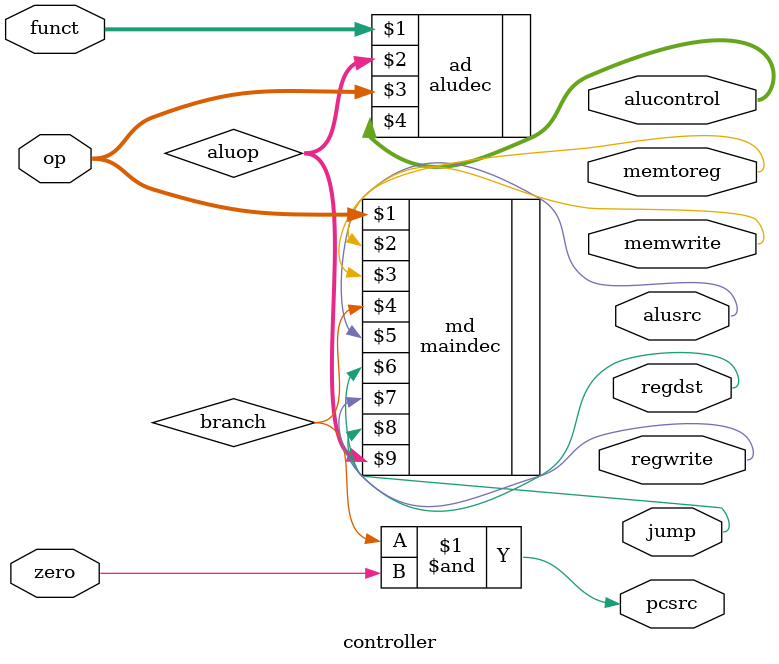
<source format=sv>
`timescale 1ns / 1ps
module controller(input  logic [5:0] op, funct,
                  input  logic       zero,
                  output logic       memtoreg, memwrite,
                  output logic       pcsrc, alusrc,
                  output logic       regdst, regwrite,
                  output logic       jump,
                  output logic [3:0] alucontrol);

  logic [1:0] aluop;
  logic       branch;

  maindec md(op, memtoreg, memwrite, branch,
             alusrc, regdst, regwrite, jump, aluop);
  aludec  ad(funct, aluop, op, alucontrol);

  assign pcsrc = branch & zero;
endmodule
</source>
